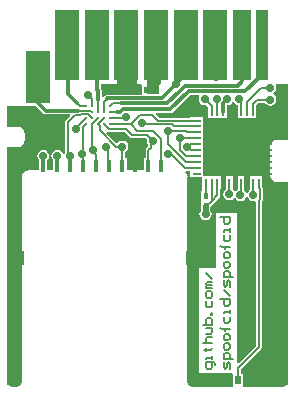
<source format=gtl>
G04 Layer_Physical_Order=1*
G04 Layer_Color=255*
%FSLAX25Y25*%
%MOIN*%
G70*
G01*
G75*
%ADD10R,0.07874X0.17716*%
%ADD11R,0.03937X0.23622*%
%ADD12R,0.05906X0.23622*%
%ADD13R,0.07874X0.23622*%
%ADD14R,0.02362X0.03150*%
%ADD15R,0.01772X0.02165*%
%ADD16O,0.03150X0.00984*%
%ADD17R,0.03150X0.00984*%
%ADD18R,0.00984X0.03150*%
%ADD19R,0.18110X0.18110*%
%ADD20O,0.00945X0.00906*%
%ADD21C,0.00945*%
%ADD22R,0.01575X0.03937*%
%ADD23R,0.01969X0.05118*%
%ADD24C,0.01969*%
%ADD25C,0.00600*%
%ADD26C,0.00787*%
%ADD27C,0.01181*%
%ADD28C,0.00598*%
%ADD29R,0.04459X0.08366*%
%ADD30R,0.06791X0.09646*%
%ADD31R,0.03142X0.05118*%
%ADD32R,0.04339X0.04724*%
%ADD33C,0.02756*%
%ADD34C,0.02756*%
G36*
X106685Y467512D02*
X110498D01*
X112919Y465091D01*
X113312Y464828D01*
X113776Y464736D01*
X121842D01*
X122034Y464274D01*
X120612Y462852D01*
X120413Y462555D01*
X120344Y462205D01*
Y451795D01*
X120185Y451559D01*
X120137Y451313D01*
X119627D01*
X119578Y451559D01*
X119141Y452212D01*
X118488Y452649D01*
X117717Y452803D01*
X116945Y452649D01*
X116292Y452212D01*
X115855Y451559D01*
X115701Y450787D01*
X115855Y450016D01*
X116292Y449363D01*
X116339Y449331D01*
Y446101D01*
X114386D01*
Y449342D01*
X114417Y449363D01*
X114854Y450016D01*
X115007Y450787D01*
X114854Y451559D01*
X114417Y452212D01*
X113763Y452649D01*
X112992Y452803D01*
X112221Y452649D01*
X111567Y452212D01*
X111130Y451559D01*
X110977Y450787D01*
X111130Y450016D01*
X111567Y449363D01*
X111614Y449331D01*
Y446101D01*
X108268D01*
Y446136D01*
X107336Y445951D01*
X106546Y445423D01*
X106018Y444633D01*
X105833Y443701D01*
X105867D01*
Y375468D01*
X105859D01*
X105743Y374884D01*
X105411Y374388D01*
X104915Y374057D01*
X104331Y373940D01*
Y373932D01*
X102469D01*
Y373940D01*
X101884Y374057D01*
X101388Y374388D01*
X101057Y374884D01*
X100940Y375468D01*
X100932D01*
Y453777D01*
X104437D01*
Y453742D01*
X105369Y453928D01*
X106159Y454455D01*
X106687Y455245D01*
X106872Y456177D01*
X106837D01*
Y458152D01*
X106839Y458154D01*
X106870Y458154D01*
X106687Y459078D01*
X106159Y459867D01*
X105369Y460395D01*
X104437Y460581D01*
Y460546D01*
X100932D01*
Y467520D01*
X106685D01*
Y467512D01*
D02*
G37*
G36*
X134610Y458799D02*
X134961Y458730D01*
X140369D01*
X141958Y457140D01*
X142255Y456942D01*
X142605Y456872D01*
X147344D01*
X147711Y456506D01*
X147591Y455905D01*
X147745Y455134D01*
X147903Y454897D01*
Y453923D01*
X147392Y453411D01*
X147193Y453114D01*
X147123Y452764D01*
Y450067D01*
X146653D01*
Y446101D01*
X140764D01*
Y450067D01*
X140286D01*
Y452172D01*
X140795Y452512D01*
X141232Y453166D01*
X141385Y453937D01*
X141232Y454708D01*
X140795Y455362D01*
X140141Y455799D01*
X139370Y455952D01*
X138599Y455799D01*
X137945Y455362D01*
X137894Y455286D01*
X137397Y455237D01*
X134086Y458548D01*
X134404Y458937D01*
X134610Y458799D01*
D02*
G37*
G36*
X145858Y474516D02*
Y471283D01*
X134358D01*
X133894Y471191D01*
X133501Y470928D01*
X133261Y470688D01*
X132998Y470295D01*
X132956Y470284D01*
X132456Y470677D01*
Y472693D01*
X132364Y473157D01*
X132224Y473366D01*
Y474902D01*
X145583D01*
X145858Y474516D01*
D02*
G37*
G36*
X194556Y456215D02*
X191051D01*
Y456250D01*
X190119Y456065D01*
X189329Y455537D01*
X188802Y454747D01*
X188616Y453815D01*
X188651D01*
Y444366D01*
X188616D01*
X188802Y443434D01*
X189329Y442644D01*
X190119Y442116D01*
X191051Y441931D01*
Y441966D01*
X194556D01*
Y375468D01*
X194548D01*
X194431Y374884D01*
X194100Y374388D01*
X193605Y374057D01*
X193020Y373940D01*
Y373932D01*
X179724D01*
Y378173D01*
X178859D01*
Y379865D01*
X185490Y386495D01*
X185490Y386495D01*
X185688Y386792D01*
X185758Y387142D01*
Y435466D01*
X185994Y435702D01*
X185994Y435702D01*
X186192Y435998D01*
X186262Y436349D01*
X186262Y436349D01*
Y439653D01*
X186262Y439653D01*
X186192Y440004D01*
X185994Y440301D01*
X185994Y440301D01*
X185933Y440361D01*
Y444102D01*
X181783D01*
Y439756D01*
X181783Y439756D01*
X181783D01*
X181715Y439266D01*
X181646Y439220D01*
X181209Y438566D01*
X181160Y438321D01*
X180651D01*
X180602Y438566D01*
X180165Y439220D01*
X180079Y439277D01*
X180028Y439756D01*
X180028Y439756D01*
X180028Y439756D01*
Y444102D01*
X177847D01*
Y439756D01*
X177552Y439378D01*
X177315Y439220D01*
X177236Y439102D01*
X176635D01*
X176425Y439417D01*
X176419Y439421D01*
X176091Y439756D01*
X176091D01*
X176091Y439756D01*
Y444102D01*
X173909D01*
Y439756D01*
X173909Y439756D01*
X173909D01*
X173577Y439418D01*
X173575Y439417D01*
X173138Y438763D01*
X172985Y437992D01*
X173138Y437221D01*
X173575Y436567D01*
X174229Y436130D01*
X175000Y435977D01*
X175771Y436130D01*
X176425Y436567D01*
X176504Y436685D01*
X177105D01*
X177315Y436370D01*
X177969Y435934D01*
X178740Y435780D01*
X179511Y435934D01*
X180165Y436370D01*
X180602Y437024D01*
X180651Y437269D01*
X181160D01*
X181209Y437024D01*
X181646Y436370D01*
X182300Y435934D01*
X183071Y435780D01*
X183430Y435852D01*
X183927Y435441D01*
Y387522D01*
X178094Y381688D01*
X177632Y381880D01*
Y431685D01*
X170662D01*
Y413318D01*
X164757D01*
Y378535D01*
X170662D01*
Y378535D01*
X175832D01*
X176165Y378173D01*
Y373932D01*
X162598D01*
Y373940D01*
X162014Y374057D01*
X161518Y374388D01*
X161187Y374884D01*
X161070Y375468D01*
X161062D01*
Y443701D01*
X161097D01*
X160911Y444633D01*
X160383Y445423D01*
X160366Y445434D01*
X160517Y445934D01*
X162000D01*
Y443791D01*
X165975Y443791D01*
X166035Y443791D01*
X166035Y443731D01*
X166035Y439756D01*
X166035Y439756D01*
X166035D01*
X165975Y439281D01*
X165689D01*
Y435919D01*
X165689Y435919D01*
Y435681D01*
X165689D01*
X165689Y435419D01*
Y434664D01*
X165609Y434544D01*
X165486Y433927D01*
Y432542D01*
X165238Y432171D01*
X165085Y431400D01*
X165238Y430629D01*
X165675Y429975D01*
X166329Y429538D01*
X167100Y429385D01*
X167871Y429538D01*
X168525Y429975D01*
X168962Y430629D01*
X169115Y431400D01*
X168962Y432171D01*
X168714Y432542D01*
Y433632D01*
X168787Y434000D01*
X168756Y434153D01*
X171778Y437175D01*
X171998Y437503D01*
X172075Y437890D01*
Y439756D01*
X172154D01*
Y444102D01*
X166407Y444102D01*
X166347Y444102D01*
X166347Y444163D01*
X166347Y447728D01*
Y451665D01*
Y455602D01*
Y459539D01*
Y463689D01*
X162000D01*
Y463514D01*
X151581D01*
X150423Y464672D01*
X150615Y465134D01*
X155347D01*
X155810Y465227D01*
X156204Y465489D01*
X161943Y471229D01*
X164776D01*
X165043Y470729D01*
X164938Y470571D01*
X164785Y469800D01*
X164938Y469029D01*
X165375Y468375D01*
X166029Y467938D01*
X166800Y467785D01*
X167288Y467882D01*
X168004Y467165D01*
Y463378D01*
X174122D01*
Y465043D01*
X174152Y465087D01*
X174244Y465551D01*
Y467534D01*
X174409Y467670D01*
X175181Y467823D01*
X175834Y468260D01*
X176077Y468624D01*
X176679D01*
X176922Y468260D01*
X177428Y467922D01*
X177575Y467823D01*
X177575Y467823D01*
X177847Y467724D01*
Y463378D01*
X183965D01*
Y467724D01*
X184170Y468139D01*
X184619Y468588D01*
X186999D01*
X187275Y468175D01*
X187929Y467738D01*
X188700Y467585D01*
X189471Y467738D01*
X190125Y468175D01*
X190562Y468829D01*
X190715Y469600D01*
X190562Y470371D01*
X190125Y471025D01*
X189695Y471312D01*
Y471888D01*
X190125Y472175D01*
X190562Y472829D01*
X190715Y473600D01*
X190562Y474371D01*
X190502Y474461D01*
X190738Y474902D01*
X194556D01*
Y456215D01*
D02*
G37*
D10*
X111221Y476968D02*
D03*
D11*
X186024Y487795D02*
D03*
D12*
X179134D02*
D03*
D13*
X170276D02*
D03*
X160433D02*
D03*
X150591D02*
D03*
X140748D02*
D03*
X130905D02*
D03*
X121063D02*
D03*
D14*
X177944Y376000D02*
D03*
X183456D02*
D03*
D15*
X167173Y437600D02*
D03*
X163827D02*
D03*
X167173Y434000D02*
D03*
X163827D02*
D03*
X143996Y472835D02*
D03*
X147343D02*
D03*
D16*
X187795Y444882D02*
D03*
D17*
Y446850D02*
D03*
Y448819D02*
D03*
Y450787D02*
D03*
Y452756D02*
D03*
Y454724D02*
D03*
Y456693D02*
D03*
Y458661D02*
D03*
Y460630D02*
D03*
Y462598D02*
D03*
X164173D02*
D03*
Y460630D02*
D03*
Y458661D02*
D03*
Y456693D02*
D03*
Y454724D02*
D03*
Y452756D02*
D03*
Y450787D02*
D03*
Y448819D02*
D03*
Y446850D02*
D03*
Y444882D02*
D03*
D18*
X184843Y465551D02*
D03*
X182874D02*
D03*
X180905D02*
D03*
X178937D02*
D03*
X176969D02*
D03*
X175000D02*
D03*
X173031D02*
D03*
X171063D02*
D03*
X169095D02*
D03*
X167126D02*
D03*
Y441929D02*
D03*
X169095D02*
D03*
X171063D02*
D03*
X173031D02*
D03*
X175000D02*
D03*
X176969D02*
D03*
X178937D02*
D03*
X180905D02*
D03*
X182874D02*
D03*
X184843D02*
D03*
D19*
X175984Y453740D02*
D03*
D20*
X127307Y467299D02*
D03*
Y463362D02*
D03*
D21*
Y461394D02*
D03*
X129276Y467299D02*
D03*
Y465331D02*
D03*
Y463362D02*
D03*
Y461394D02*
D03*
X131244Y467299D02*
D03*
Y465331D02*
D03*
Y463362D02*
D03*
Y461394D02*
D03*
X133213Y467299D02*
D03*
Y465331D02*
D03*
Y463362D02*
D03*
Y461394D02*
D03*
X135181Y467299D02*
D03*
Y465331D02*
D03*
Y463362D02*
D03*
Y461394D02*
D03*
D22*
X148039Y447500D02*
D03*
X143709D02*
D03*
X139378D02*
D03*
X135047D02*
D03*
X130717D02*
D03*
X126386D02*
D03*
X117724D02*
D03*
X152370D02*
D03*
X122055D02*
D03*
X113000D02*
D03*
D23*
X161425Y416791D02*
D03*
X105520D02*
D03*
D24*
X167100Y433927D02*
X167173Y434000D01*
X167100Y431400D02*
Y433927D01*
X150591Y475000D02*
Y487795D01*
X148425Y472835D02*
X150591Y475000D01*
D25*
X163827Y437600D02*
Y439273D01*
Y434000D02*
Y437600D01*
X162800Y440300D02*
X163827Y439273D01*
X170866Y433071D02*
Y434066D01*
X172724Y439370D02*
X173031Y439678D01*
X172724Y439370D02*
Y441621D01*
Y435924D02*
Y439370D01*
X170866Y434066D02*
X172724Y435924D01*
Y441621D02*
X173031Y441929D01*
X167126Y437647D02*
X167173Y437600D01*
X167126Y437647D02*
Y441929D01*
X144644Y457788D02*
X147724D01*
X142758D02*
X144644D01*
X142605D02*
X142758D01*
X148819Y453543D02*
Y455905D01*
X133213Y461394D02*
X134961Y459646D01*
X140748D01*
X142605Y457788D01*
X147724D02*
X149606Y455905D01*
X136173Y468291D02*
X138976D01*
X135181Y467299D02*
X136173Y468291D01*
X149300Y464500D02*
X151202Y462598D01*
X145206Y464500D02*
X149300D01*
X142100Y461394D02*
X145206Y464500D01*
X183456Y376000D02*
X192200D01*
X125263Y467437D02*
X127307D01*
X124200Y468500D02*
X125263Y467437D01*
X127307Y467299D02*
Y467437D01*
X124681Y465948D02*
X128658D01*
X127888Y464750D02*
X129276Y463362D01*
X125588Y464750D02*
X127888D01*
X151202Y462598D02*
X164173D01*
X152370Y447500D02*
Y456361D01*
X142100Y461394D02*
X144394Y459100D01*
X149631D01*
X152370Y456361D01*
X135181Y461394D02*
X142100D01*
X161039Y458661D02*
X164173D01*
X160645Y459055D02*
X161039Y458661D01*
X154724Y459055D02*
X160645D01*
X158661Y456693D02*
X158661Y456693D01*
X164173D01*
X140748Y475000D02*
Y487795D01*
Y475000D02*
X142913Y472835D01*
X129276Y452220D02*
Y461394D01*
X129528Y452472D02*
X130717Y451283D01*
Y447500D02*
Y451283D01*
X175984Y453740D02*
X182874Y460630D01*
X187795D01*
X173031Y450787D02*
X175984Y453740D01*
X173031Y441929D02*
Y450787D01*
Y439678D02*
Y441929D01*
X182874Y437992D02*
Y441929D01*
X178740Y437795D02*
X178937Y437992D01*
Y441929D01*
X175000Y437992D02*
Y441929D01*
X148039Y452764D02*
X148819Y453543D01*
X154724Y454794D02*
Y459055D01*
X139370Y447508D02*
Y453937D01*
X132014Y459324D02*
X137402Y453937D01*
X139370D01*
X132014Y459324D02*
Y460624D01*
X131244Y461394D02*
X132014Y460624D01*
X134535Y447500D02*
Y453261D01*
X124016Y459842D02*
Y460071D01*
X140134Y463362D02*
X140551Y463779D01*
X135181Y463362D02*
X140134D01*
X143701Y447508D02*
X143709Y447500D01*
X143701Y447508D02*
Y455512D01*
X124016Y460071D02*
X127307Y463362D01*
X121260Y462205D02*
X123514Y464459D01*
X121260Y451575D02*
Y462205D01*
Y451575D02*
X122047Y450787D01*
X125298Y464459D02*
X125588Y464750D01*
X123514Y464459D02*
X125298D01*
X133858Y453937D02*
X134535Y453261D01*
X148039Y447500D02*
Y452764D01*
X126386Y447500D02*
Y460472D01*
X129276Y452220D02*
X129528Y452472D01*
X155512Y451575D02*
X160236Y446850D01*
X154724Y451575D02*
X155512D01*
X158661Y452756D02*
X160630Y450787D01*
X158661Y452756D02*
Y456693D01*
X160630Y450787D02*
X164173D01*
X134535Y447500D02*
X135047D01*
X139370Y447508D02*
X139378Y447500D01*
X161024Y453937D02*
X162205Y452756D01*
X164173D01*
X161811Y454724D02*
X164173D01*
X161024Y453937D02*
X161811Y454724D01*
X160236Y446850D02*
X164173D01*
X131244Y467299D02*
Y469291D01*
X126386Y460472D02*
X127307Y461394D01*
X128658Y465948D02*
X129276Y465331D01*
Y461394D02*
X131244Y463362D01*
Y461394D02*
X133213Y463362D01*
Y465331D02*
Y467299D01*
X131244Y465331D02*
Y467299D01*
X133213D02*
Y468925D01*
X134118Y469831D01*
X135181Y465331D02*
X137744D01*
X154724Y454794D02*
X160700Y448819D01*
X164173D01*
D26*
X169095Y435921D02*
X171063Y437890D01*
X167173Y434000D02*
X169095Y435921D01*
Y441929D01*
X166800Y469800D02*
X169095Y467506D01*
Y465551D02*
Y467506D01*
X170800Y469800D02*
X171063Y469537D01*
Y465551D02*
Y469537D01*
X184200Y469600D02*
X188700D01*
X182874Y468274D02*
X184200Y469600D01*
X182874Y465551D02*
Y468274D01*
X185600Y473600D02*
X188700D01*
X180905Y468905D02*
X185600Y473600D01*
X180905Y465551D02*
Y468905D01*
X171063Y437890D02*
Y441929D01*
X178347Y469685D02*
X178937Y469095D01*
Y465551D02*
Y469095D01*
X175197Y379921D02*
Y381496D01*
X174672Y382020D01*
X174147Y381496D01*
Y380446D01*
X173623Y379921D01*
X173098Y380446D01*
Y382020D01*
X176246Y383070D02*
X173098D01*
Y384644D01*
X173623Y385169D01*
X174672D01*
X175197Y384644D01*
Y383070D01*
Y386743D02*
Y387793D01*
X174672Y388317D01*
X173623D01*
X173098Y387793D01*
Y386743D01*
X173623Y386218D01*
X174672D01*
X175197Y386743D01*
Y389892D02*
Y390941D01*
X174672Y391466D01*
X173623D01*
X173098Y390941D01*
Y389892D01*
X173623Y389367D01*
X174672D01*
X175197Y389892D01*
Y393040D02*
X172573D01*
X173623D01*
Y392516D01*
Y393565D01*
Y393040D01*
X172573D01*
X172048Y393565D01*
X173098Y397238D02*
Y395664D01*
X173623Y395139D01*
X174672D01*
X175197Y395664D01*
Y397238D01*
Y398288D02*
Y399338D01*
Y398813D01*
X173098D01*
Y398288D01*
X172048Y403011D02*
X175197D01*
Y401437D01*
X174672Y400912D01*
X173623D01*
X173098Y401437D01*
Y403011D01*
X175197Y404061D02*
X173098Y406159D01*
X175197Y407209D02*
Y408783D01*
X174672Y409308D01*
X174147Y408783D01*
Y407734D01*
X173623Y407209D01*
X173098Y407734D01*
Y409308D01*
X176246Y410358D02*
X173098D01*
Y411932D01*
X173623Y412457D01*
X174672D01*
X175197Y411932D01*
Y410358D01*
Y414031D02*
Y415080D01*
X174672Y415605D01*
X173623D01*
X173098Y415080D01*
Y414031D01*
X173623Y413506D01*
X174672D01*
X175197Y414031D01*
Y417180D02*
Y418229D01*
X174672Y418754D01*
X173623D01*
X173098Y418229D01*
Y417180D01*
X173623Y416655D01*
X174672D01*
X175197Y417180D01*
Y420328D02*
X172573D01*
X173623D01*
Y419803D01*
Y420853D01*
Y420328D01*
X172573D01*
X172048Y420853D01*
X173098Y424526D02*
Y422952D01*
X173623Y422427D01*
X174672D01*
X175197Y422952D01*
Y424526D01*
Y425576D02*
Y426625D01*
Y426101D01*
X173098D01*
Y425576D01*
X172048Y430299D02*
X175197D01*
Y428724D01*
X174672Y428200D01*
X173623D01*
X173098Y428724D01*
Y430299D01*
X170341Y380971D02*
Y381496D01*
X169816Y382020D01*
X167192D01*
Y380446D01*
X167717Y379921D01*
X168767D01*
X169291Y380446D01*
Y382020D01*
Y383070D02*
Y384119D01*
Y383595D01*
X167192D01*
Y383070D01*
X166667Y386218D02*
X167192D01*
Y385694D01*
Y386743D01*
Y386218D01*
X168767D01*
X169291Y386743D01*
X166143Y388317D02*
X169291D01*
X167717D01*
X167192Y388842D01*
Y389892D01*
X167717Y390417D01*
X169291D01*
X167192Y391466D02*
X168767D01*
X169291Y391991D01*
Y393565D01*
X167192D01*
X166143Y394615D02*
X169291D01*
Y396189D01*
X168767Y396714D01*
X168242D01*
X167717D01*
X167192Y396189D01*
Y394615D01*
X169291Y397763D02*
X168767D01*
Y398288D01*
X169291D01*
Y397763D01*
X167192Y402486D02*
Y400912D01*
X167717Y400387D01*
X168767D01*
X169291Y400912D01*
Y402486D01*
Y404061D02*
Y405110D01*
X168767Y405635D01*
X167717D01*
X167192Y405110D01*
Y404061D01*
X167717Y403536D01*
X168767D01*
X169291Y404061D01*
Y406684D02*
X167192D01*
Y407209D01*
X167717Y407734D01*
X169291D01*
X167717D01*
X167192Y408259D01*
X167717Y408783D01*
X169291D01*
Y409833D02*
X167192Y411932D01*
D27*
X134358Y470071D02*
X152471D01*
X134118Y469831D02*
X134358Y470071D01*
X152471D02*
X157100Y474700D01*
X138976Y468291D02*
X154322D01*
X139488Y466347D02*
X155347D01*
X138472Y465331D02*
X139488Y466347D01*
X121169Y471531D02*
X124200Y468500D01*
X121169Y471531D02*
Y487673D01*
X161441Y472441D02*
X180413D01*
X155347Y466347D02*
X161441Y472441D01*
X158700Y472600D02*
X160320Y474221D01*
X154322Y468291D02*
X158630Y472600D01*
X158700D01*
X157100Y474700D02*
X160433Y478033D01*
Y487795D01*
X157100Y484462D02*
X160433Y487795D01*
X157100Y474700D02*
Y484462D01*
X160320Y474221D02*
X177764D01*
X186130Y478158D02*
Y487673D01*
X180413Y472441D02*
X186130Y478158D01*
X173031Y468307D02*
X174409Y469685D01*
X173031Y465551D02*
Y468307D01*
X177764Y474221D02*
X179240Y475697D01*
X131012Y477953D02*
Y487673D01*
Y472925D02*
Y477953D01*
X137744Y465331D02*
X138472D01*
X179240Y475697D02*
Y487673D01*
X131244Y469291D02*
Y472693D01*
X131012Y472925D02*
X131244Y472693D01*
X111327Y468398D02*
Y476847D01*
Y468398D02*
X113776Y465948D01*
X124681D01*
D28*
X177944Y376000D02*
Y380244D01*
X184843Y387142D01*
Y435845D01*
X185346Y436349D01*
X146199Y461401D02*
X155900D01*
X156671Y460630D02*
X164173D01*
X155900Y461401D02*
X156671Y460630D01*
X129276Y467299D02*
Y469624D01*
X127800Y471100D02*
X129276Y469624D01*
X145800Y461800D02*
X146199Y461401D01*
X184843Y440158D02*
Y441929D01*
Y440158D02*
X185346Y439653D01*
Y436349D02*
Y439653D01*
D29*
X149671Y475541D02*
D03*
D30*
X140994Y476083D02*
D03*
D31*
X162996Y416732D02*
D03*
D32*
X103350Y416929D02*
D03*
D33*
X162800Y440300D02*
D03*
X167100Y431400D02*
D03*
X170866Y433071D02*
D03*
X192600Y376300D02*
D03*
X184900Y381500D02*
D03*
X179200Y387100D02*
D03*
X188100Y408500D02*
D03*
X188200Y391800D02*
D03*
X182000Y398200D02*
D03*
Y414300D02*
D03*
Y424300D02*
D03*
X127800Y471100D02*
D03*
X145800Y461800D02*
D03*
X111221Y463583D02*
D03*
X170100Y495400D02*
D03*
X162992Y397638D02*
D03*
X163500Y375900D02*
D03*
X192100Y404300D02*
D03*
X187600Y426500D02*
D03*
X163386Y425197D02*
D03*
X191400Y437600D02*
D03*
X102500Y463800D02*
D03*
X112500Y461300D02*
D03*
X108900Y453600D02*
D03*
X188700Y465600D02*
D03*
X157100Y474700D02*
D03*
X162800Y469800D02*
D03*
X170800D02*
D03*
X188700Y469600D02*
D03*
Y473600D02*
D03*
X140059Y473721D02*
D03*
X103543Y376575D02*
D03*
X102756Y416929D02*
D03*
X162992Y416535D02*
D03*
X175984Y453740D02*
D03*
X170472Y447638D02*
D03*
X182283D02*
D03*
X181496Y459842D02*
D03*
X169685Y460236D02*
D03*
X183071Y437795D02*
D03*
X178740D02*
D03*
X175000Y437992D02*
D03*
X149606Y455905D02*
D03*
X154724Y459055D02*
D03*
X170472Y477165D02*
D03*
X178347Y469685D02*
D03*
X174409D02*
D03*
X131012Y477953D02*
D03*
X124016Y459842D02*
D03*
X150787Y475591D02*
D03*
X140551Y463779D02*
D03*
X116535Y457480D02*
D03*
X133858Y453937D02*
D03*
X139370D02*
D03*
X125984Y451575D02*
D03*
X129528Y452756D02*
D03*
X154724Y451575D02*
D03*
X158661Y456693D02*
D03*
X161024Y453937D02*
D03*
X143701Y455512D02*
D03*
X117717Y450787D02*
D03*
X112992D02*
D03*
X122047D02*
D03*
D34*
X166800Y469800D02*
D03*
M02*

</source>
